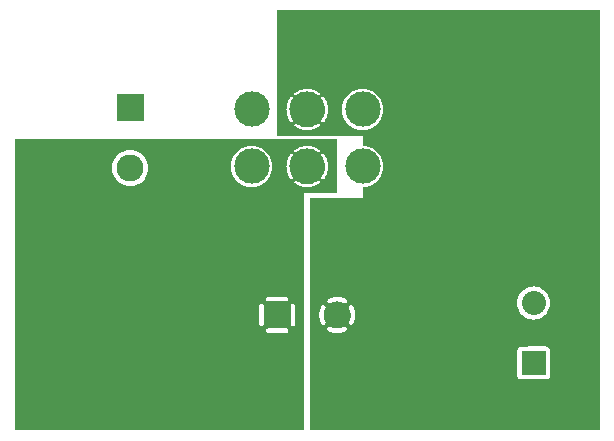
<source format=gbr>
G04 start of page 3 for group 1 idx 1 *
G04 Title: (unknown), bottom *
G04 Creator: pcb 20140316 *
G04 CreationDate: Thu 20 Aug 2020 03:07:22 AM GMT UTC *
G04 For: railfan *
G04 Format: Gerber/RS-274X *
G04 PCB-Dimensions (mil): 2000.00 2000.00 *
G04 PCB-Coordinate-Origin: lower left *
%MOIN*%
%FSLAX25Y25*%
%LNBOTTOM*%
%ADD25C,0.0550*%
%ADD24C,0.0880*%
%ADD23C,0.0480*%
%ADD22C,0.0900*%
%ADD21C,0.0800*%
%ADD20C,0.1180*%
%ADD19C,0.0001*%
G54D19*G36*
X95250Y99500D02*X99000D01*
Y97328D01*
X98765Y97296D01*
X98160Y97157D01*
X97570Y96965D01*
X96999Y96721D01*
X96453Y96427D01*
X95936Y96084D01*
X95875Y96033D01*
X95823Y95973D01*
X95781Y95905D01*
X95751Y95831D01*
X95733Y95754D01*
X95726Y95674D01*
X95733Y95595D01*
X95751Y95517D01*
X95782Y95444D01*
X95824Y95376D01*
X95875Y95315D01*
X95936Y95264D01*
X96004Y95222D01*
X96077Y95192D01*
X96155Y95173D01*
X96234Y95167D01*
X96314Y95173D01*
X96391Y95192D01*
X96465Y95223D01*
X96532Y95266D01*
X96970Y95563D01*
X97437Y95814D01*
X97924Y96023D01*
X98428Y96187D01*
X98945Y96305D01*
X99000Y96312D01*
Y84688D01*
X98945Y84695D01*
X98428Y84813D01*
X97924Y84977D01*
X97437Y85186D01*
X96970Y85437D01*
X96528Y85730D01*
X96462Y85772D01*
X96389Y85802D01*
X96313Y85821D01*
X96234Y85827D01*
X96156Y85821D01*
X96079Y85803D01*
X96007Y85772D01*
X95939Y85731D01*
X95880Y85680D01*
X95828Y85621D01*
X95787Y85553D01*
X95757Y85481D01*
X95739Y85404D01*
X95732Y85326D01*
X95738Y85247D01*
X95757Y85171D01*
X95787Y85098D01*
X95828Y85031D01*
X95879Y84971D01*
X95940Y84921D01*
X96453Y84573D01*
X96999Y84279D01*
X97570Y84035D01*
X98160Y83843D01*
X98765Y83704D01*
X99000Y83672D01*
Y2500D01*
X95250D01*
Y37248D01*
X95368Y37257D01*
X95482Y37285D01*
X95592Y37330D01*
X95692Y37391D01*
X95782Y37468D01*
X95859Y37558D01*
X95920Y37658D01*
X95965Y37768D01*
X95993Y37882D01*
X96000Y38000D01*
Y44000D01*
X95993Y44118D01*
X95965Y44232D01*
X95920Y44342D01*
X95859Y44442D01*
X95782Y44532D01*
X95692Y44609D01*
X95592Y44670D01*
X95482Y44715D01*
X95368Y44743D01*
X95250Y44752D01*
Y86458D01*
X95278Y86504D01*
X95308Y86577D01*
X95327Y86655D01*
X95333Y86734D01*
X95327Y86814D01*
X95308Y86891D01*
X95277Y86965D01*
X95250Y87007D01*
Y94004D01*
X95272Y94038D01*
X95302Y94111D01*
X95321Y94187D01*
X95327Y94266D01*
X95321Y94344D01*
X95303Y94421D01*
X95272Y94493D01*
X95250Y94530D01*
Y99500D01*
G37*
G36*
Y87007D02*X95234Y87032D01*
X94937Y87470D01*
X94686Y87937D01*
X94477Y88424D01*
X94313Y88928D01*
X94213Y89367D01*
Y91633D01*
X94313Y92072D01*
X94477Y92576D01*
X94686Y93063D01*
X94937Y93530D01*
X95230Y93972D01*
X95250Y94004D01*
Y87007D01*
G37*
G36*
Y2500D02*X94213D01*
Y86742D01*
X94416Y86436D01*
X94467Y86375D01*
X94527Y86323D01*
X94595Y86281D01*
X94669Y86251D01*
X94746Y86233D01*
X94826Y86226D01*
X94905Y86233D01*
X94983Y86251D01*
X95056Y86282D01*
X95124Y86324D01*
X95185Y86375D01*
X95236Y86436D01*
X95250Y86458D01*
Y44752D01*
X95132Y44743D01*
X95018Y44715D01*
X94908Y44670D01*
X94808Y44609D01*
X94718Y44532D01*
X94641Y44442D01*
X94580Y44342D01*
X94535Y44232D01*
X94507Y44118D01*
X94500Y44000D01*
Y38000D01*
X94507Y37882D01*
X94535Y37768D01*
X94580Y37658D01*
X94641Y37558D01*
X94718Y37468D01*
X94808Y37391D01*
X94908Y37330D01*
X95018Y37285D01*
X95132Y37257D01*
X95250Y37248D01*
Y2500D01*
G37*
G36*
X94213Y99500D02*X95250D01*
Y94530D01*
X95231Y94561D01*
X95180Y94620D01*
X95121Y94672D01*
X95053Y94713D01*
X94981Y94743D01*
X94904Y94761D01*
X94826Y94768D01*
X94747Y94762D01*
X94671Y94743D01*
X94598Y94713D01*
X94531Y94672D01*
X94471Y94621D01*
X94421Y94560D01*
X94213Y94253D01*
Y99500D01*
G37*
G36*
Y89367D02*X94195Y89445D01*
X94124Y89970D01*
X94100Y90500D01*
X94124Y91030D01*
X94195Y91555D01*
X94213Y91633D01*
Y89367D01*
G37*
G36*
X90000Y99500D02*X94213D01*
Y94253D01*
X94073Y94047D01*
X93779Y93501D01*
X93535Y92930D01*
X93343Y92340D01*
X93204Y91735D01*
X93121Y91120D01*
X93093Y90500D01*
X93121Y89880D01*
X93204Y89265D01*
X93343Y88660D01*
X93535Y88070D01*
X93779Y87499D01*
X94073Y86953D01*
X94213Y86742D01*
Y2500D01*
X90000D01*
Y35000D01*
X93000D01*
X93118Y35007D01*
X93232Y35035D01*
X93342Y35080D01*
X93442Y35141D01*
X93532Y35218D01*
X93609Y35308D01*
X93670Y35408D01*
X93715Y35518D01*
X93743Y35632D01*
X93752Y35750D01*
X93743Y35868D01*
X93715Y35982D01*
X93670Y36092D01*
X93609Y36192D01*
X93532Y36282D01*
X93442Y36359D01*
X93342Y36420D01*
X93232Y36465D01*
X93118Y36493D01*
X93000Y36500D01*
X90000D01*
Y45500D01*
X93000D01*
X93118Y45507D01*
X93232Y45535D01*
X93342Y45580D01*
X93442Y45641D01*
X93532Y45718D01*
X93609Y45808D01*
X93670Y45908D01*
X93715Y46018D01*
X93743Y46132D01*
X93752Y46250D01*
X93743Y46368D01*
X93715Y46482D01*
X93670Y46592D01*
X93609Y46692D01*
X93532Y46782D01*
X93442Y46859D01*
X93342Y46920D01*
X93232Y46965D01*
X93118Y46993D01*
X93000Y47000D01*
X90000D01*
Y99500D01*
G37*
G36*
X84750D02*X90000D01*
Y47000D01*
X87000D01*
X86882Y46993D01*
X86768Y46965D01*
X86658Y46920D01*
X86558Y46859D01*
X86468Y46782D01*
X86391Y46692D01*
X86330Y46592D01*
X86285Y46482D01*
X86257Y46368D01*
X86248Y46250D01*
X86257Y46132D01*
X86285Y46018D01*
X86330Y45908D01*
X86391Y45808D01*
X86468Y45718D01*
X86558Y45641D01*
X86658Y45580D01*
X86768Y45535D01*
X86882Y45507D01*
X87000Y45500D01*
X90000D01*
Y36500D01*
X87000D01*
X86882Y36493D01*
X86768Y36465D01*
X86658Y36420D01*
X86558Y36359D01*
X86468Y36282D01*
X86391Y36192D01*
X86330Y36092D01*
X86285Y35982D01*
X86257Y35868D01*
X86248Y35750D01*
X86257Y35632D01*
X86285Y35518D01*
X86330Y35408D01*
X86391Y35308D01*
X86468Y35218D01*
X86558Y35141D01*
X86658Y35080D01*
X86768Y35035D01*
X86882Y35007D01*
X87000Y35000D01*
X90000D01*
Y2500D01*
X84750D01*
Y37248D01*
X84868Y37257D01*
X84982Y37285D01*
X85092Y37330D01*
X85192Y37391D01*
X85282Y37468D01*
X85359Y37558D01*
X85420Y37658D01*
X85465Y37768D01*
X85493Y37882D01*
X85500Y38000D01*
Y44000D01*
X85493Y44118D01*
X85465Y44232D01*
X85420Y44342D01*
X85359Y44442D01*
X85282Y44532D01*
X85192Y44609D01*
X85092Y44670D01*
X84982Y44715D01*
X84868Y44743D01*
X84750Y44752D01*
Y84399D01*
X85568Y84901D01*
X86394Y85606D01*
X87099Y86432D01*
X87667Y87358D01*
X88083Y88361D01*
X88336Y89417D01*
X88400Y90500D01*
X88336Y91583D01*
X88083Y92639D01*
X87667Y93642D01*
X87099Y94568D01*
X86394Y95394D01*
X85568Y96099D01*
X84750Y96601D01*
Y99500D01*
G37*
G36*
Y2500D02*X81489D01*
Y83580D01*
X81500Y83579D01*
X82583Y83664D01*
X83639Y83917D01*
X84642Y84333D01*
X84750Y84399D01*
Y44752D01*
X84632Y44743D01*
X84518Y44715D01*
X84408Y44670D01*
X84308Y44609D01*
X84218Y44532D01*
X84141Y44442D01*
X84080Y44342D01*
X84035Y44232D01*
X84007Y44118D01*
X84000Y44000D01*
Y38000D01*
X84007Y37882D01*
X84035Y37768D01*
X84080Y37658D01*
X84141Y37558D01*
X84218Y37468D01*
X84308Y37391D01*
X84408Y37330D01*
X84518Y37285D01*
X84632Y37257D01*
X84750Y37248D01*
Y2500D01*
G37*
G36*
X81489Y99500D02*X84750D01*
Y96601D01*
X84642Y96667D01*
X83639Y97083D01*
X82583Y97336D01*
X81500Y97421D01*
X81489Y97420D01*
Y99500D01*
G37*
G36*
X40991D02*X81489D01*
Y97420D01*
X80417Y97336D01*
X79361Y97083D01*
X78358Y96667D01*
X77432Y96099D01*
X76606Y95394D01*
X75901Y94568D01*
X75333Y93642D01*
X74917Y92639D01*
X74664Y91583D01*
X74579Y90500D01*
X74664Y89417D01*
X74917Y88361D01*
X75333Y87358D01*
X75901Y86432D01*
X76606Y85606D01*
X77432Y84901D01*
X78358Y84333D01*
X79361Y83917D01*
X80417Y83664D01*
X81489Y83580D01*
Y2500D01*
X40991D01*
Y83982D01*
X41000Y83981D01*
X41942Y84056D01*
X42860Y84276D01*
X43732Y84637D01*
X44538Y85131D01*
X45256Y85744D01*
X45869Y86462D01*
X46363Y87268D01*
X46724Y88140D01*
X46944Y89058D01*
X47000Y90000D01*
X46944Y90942D01*
X46724Y91860D01*
X46363Y92732D01*
X45869Y93538D01*
X45256Y94256D01*
X44538Y94869D01*
X43732Y95363D01*
X42860Y95724D01*
X41942Y95944D01*
X41000Y96019D01*
X40991Y96018D01*
Y99500D01*
G37*
G36*
X2500Y2500D02*Y99500D01*
X40991D01*
Y96018D01*
X40058Y95944D01*
X39140Y95724D01*
X38268Y95363D01*
X37462Y94869D01*
X36744Y94256D01*
X36131Y93538D01*
X35637Y92732D01*
X35276Y91860D01*
X35056Y90942D01*
X34981Y90000D01*
X35056Y89058D01*
X35276Y88140D01*
X35637Y87268D01*
X36131Y86462D01*
X36744Y85744D01*
X37462Y85131D01*
X38268Y84637D01*
X39140Y84276D01*
X40058Y84056D01*
X40991Y83982D01*
Y2500D01*
X2500D01*
G37*
G36*
X197500D02*X175500D01*
Y19507D01*
X179735Y19514D01*
X179965Y19569D01*
X180183Y19659D01*
X180384Y19783D01*
X180564Y19936D01*
X180717Y20116D01*
X180841Y20317D01*
X180931Y20535D01*
X180986Y20765D01*
X181000Y21000D01*
X180986Y29235D01*
X180931Y29465D01*
X180841Y29683D01*
X180717Y29884D01*
X180564Y30064D01*
X180384Y30217D01*
X180183Y30341D01*
X179965Y30431D01*
X179735Y30486D01*
X179500Y30500D01*
X175500Y30493D01*
Y39483D01*
X176363Y39551D01*
X177205Y39753D01*
X178005Y40084D01*
X178743Y40537D01*
X179401Y41099D01*
X179963Y41757D01*
X180416Y42495D01*
X180747Y43295D01*
X180949Y44137D01*
X181000Y45000D01*
X180949Y45863D01*
X180747Y46705D01*
X180416Y47505D01*
X179963Y48243D01*
X179401Y48901D01*
X178743Y49463D01*
X178005Y49916D01*
X177205Y50247D01*
X176363Y50449D01*
X175500Y50517D01*
Y142500D01*
X197500D01*
Y2500D01*
G37*
G36*
X175500D02*X114926D01*
Y37803D01*
X114930Y37805D01*
X115033Y37864D01*
X115125Y37938D01*
X115204Y38025D01*
X115266Y38125D01*
X115511Y38612D01*
X115705Y39122D01*
X115852Y39648D01*
X115951Y40184D01*
X116000Y40727D01*
Y41273D01*
X115951Y41816D01*
X115852Y42352D01*
X115705Y42878D01*
X115511Y43388D01*
X115272Y43878D01*
X115208Y43978D01*
X115128Y44066D01*
X115035Y44140D01*
X114932Y44199D01*
X114926Y44202D01*
Y80000D01*
X118500D01*
Y83579D01*
X119583Y83664D01*
X120639Y83917D01*
X121642Y84333D01*
X122568Y84901D01*
X123394Y85606D01*
X124099Y86432D01*
X124667Y87358D01*
X125083Y88361D01*
X125336Y89417D01*
X125400Y90500D01*
X125336Y91583D01*
X125083Y92639D01*
X124667Y93642D01*
X124099Y94568D01*
X123394Y95394D01*
X122568Y96099D01*
X121642Y96667D01*
X120639Y97083D01*
X119583Y97336D01*
X118500Y97421D01*
Y102579D01*
X119583Y102664D01*
X120639Y102917D01*
X121642Y103333D01*
X122568Y103901D01*
X123394Y104606D01*
X124099Y105432D01*
X124667Y106358D01*
X125083Y107361D01*
X125336Y108417D01*
X125400Y109500D01*
X125336Y110583D01*
X125083Y111639D01*
X124667Y112642D01*
X124099Y113568D01*
X123394Y114394D01*
X122568Y115099D01*
X121642Y115667D01*
X120639Y116083D01*
X119583Y116336D01*
X118500Y116421D01*
Y142500D01*
X175500D01*
Y50517D01*
X174637Y50449D01*
X173795Y50247D01*
X172995Y49916D01*
X172257Y49463D01*
X171599Y48901D01*
X171037Y48243D01*
X170584Y47505D01*
X170253Y46705D01*
X170051Y45863D01*
X169983Y45000D01*
X170051Y44137D01*
X170253Y43295D01*
X170584Y42495D01*
X171037Y41757D01*
X171599Y41099D01*
X172257Y40537D01*
X172995Y40084D01*
X173795Y39753D01*
X174637Y39551D01*
X175500Y39483D01*
Y30493D01*
X171265Y30486D01*
X171035Y30431D01*
X170817Y30341D01*
X170616Y30217D01*
X170436Y30064D01*
X170283Y29884D01*
X170159Y29683D01*
X170069Y29465D01*
X170014Y29235D01*
X170000Y29000D01*
X170014Y20765D01*
X170069Y20535D01*
X170159Y20317D01*
X170283Y20116D01*
X170436Y19936D01*
X170616Y19783D01*
X170817Y19659D01*
X171035Y19569D01*
X171265Y19514D01*
X171500Y19500D01*
X175500Y19507D01*
Y2500D01*
G37*
G36*
X114926D02*X110002D01*
Y35000D01*
X110273D01*
X110816Y35049D01*
X111352Y35148D01*
X111878Y35295D01*
X112388Y35489D01*
X112878Y35728D01*
X112978Y35792D01*
X113066Y35872D01*
X113140Y35965D01*
X113199Y36068D01*
X113242Y36179D01*
X113266Y36295D01*
X113272Y36413D01*
X113260Y36532D01*
X113229Y36646D01*
X113180Y36755D01*
X113115Y36854D01*
X113035Y36942D01*
X112943Y37017D01*
X112840Y37076D01*
X112729Y37118D01*
X112613Y37143D01*
X112494Y37149D01*
X112376Y37136D01*
X112261Y37105D01*
X112154Y37054D01*
X111789Y36871D01*
X111407Y36726D01*
X111013Y36616D01*
X110611Y36542D01*
X110204Y36505D01*
X110002D01*
Y45495D01*
X110204D01*
X110611Y45458D01*
X111013Y45384D01*
X111407Y45274D01*
X111789Y45129D01*
X112156Y44950D01*
X112263Y44900D01*
X112377Y44869D01*
X112494Y44856D01*
X112612Y44862D01*
X112728Y44886D01*
X112838Y44928D01*
X112940Y44987D01*
X113032Y45061D01*
X113111Y45149D01*
X113176Y45248D01*
X113224Y45355D01*
X113255Y45469D01*
X113268Y45587D01*
X113262Y45705D01*
X113237Y45820D01*
X113195Y45930D01*
X113136Y46033D01*
X113062Y46125D01*
X112975Y46204D01*
X112875Y46266D01*
X112388Y46511D01*
X111878Y46705D01*
X111352Y46852D01*
X110816Y46951D01*
X110273Y47000D01*
X110002D01*
Y80000D01*
X114926D01*
Y44202D01*
X114821Y44242D01*
X114705Y44266D01*
X114587Y44272D01*
X114468Y44260D01*
X114354Y44229D01*
X114245Y44180D01*
X114146Y44115D01*
X114058Y44035D01*
X113983Y43943D01*
X113924Y43840D01*
X113882Y43729D01*
X113857Y43613D01*
X113851Y43494D01*
X113864Y43376D01*
X113895Y43261D01*
X113946Y43154D01*
X114129Y42789D01*
X114274Y42407D01*
X114384Y42013D01*
X114458Y41611D01*
X114495Y41204D01*
Y40796D01*
X114458Y40389D01*
X114384Y39987D01*
X114274Y39593D01*
X114129Y39211D01*
X113950Y38844D01*
X113900Y38737D01*
X113869Y38623D01*
X113856Y38506D01*
X113862Y38388D01*
X113886Y38272D01*
X113928Y38162D01*
X113987Y38060D01*
X114061Y37968D01*
X114149Y37889D01*
X114248Y37824D01*
X114355Y37776D01*
X114469Y37745D01*
X114587Y37732D01*
X114705Y37738D01*
X114820Y37763D01*
X114926Y37803D01*
Y2500D01*
G37*
G36*
X110002D02*X105074D01*
Y37798D01*
X105179Y37758D01*
X105295Y37734D01*
X105413Y37728D01*
X105532Y37740D01*
X105646Y37771D01*
X105755Y37820D01*
X105854Y37885D01*
X105942Y37965D01*
X106017Y38057D01*
X106076Y38160D01*
X106118Y38271D01*
X106143Y38387D01*
X106149Y38506D01*
X106136Y38624D01*
X106105Y38739D01*
X106054Y38846D01*
X105871Y39211D01*
X105726Y39593D01*
X105616Y39987D01*
X105542Y40389D01*
X105505Y40796D01*
Y41204D01*
X105542Y41611D01*
X105616Y42013D01*
X105726Y42407D01*
X105871Y42789D01*
X106050Y43156D01*
X106100Y43263D01*
X106131Y43377D01*
X106144Y43494D01*
X106138Y43612D01*
X106114Y43728D01*
X106072Y43838D01*
X106013Y43940D01*
X105939Y44032D01*
X105851Y44111D01*
X105752Y44176D01*
X105645Y44224D01*
X105531Y44255D01*
X105413Y44268D01*
X105295Y44262D01*
X105180Y44237D01*
X105074Y44197D01*
Y80000D01*
X110002D01*
Y47000D01*
X109727D01*
X109184Y46951D01*
X108648Y46852D01*
X108122Y46705D01*
X107612Y46511D01*
X107122Y46272D01*
X107022Y46208D01*
X106934Y46128D01*
X106860Y46035D01*
X106801Y45932D01*
X106758Y45821D01*
X106734Y45705D01*
X106728Y45587D01*
X106740Y45468D01*
X106771Y45354D01*
X106820Y45245D01*
X106885Y45146D01*
X106965Y45058D01*
X107057Y44983D01*
X107160Y44924D01*
X107271Y44882D01*
X107387Y44857D01*
X107506Y44851D01*
X107624Y44864D01*
X107739Y44895D01*
X107846Y44946D01*
X108211Y45129D01*
X108593Y45274D01*
X108987Y45384D01*
X109389Y45458D01*
X109796Y45495D01*
X110002D01*
Y36505D01*
X109796D01*
X109389Y36542D01*
X108987Y36616D01*
X108593Y36726D01*
X108211Y36871D01*
X107844Y37050D01*
X107737Y37100D01*
X107623Y37131D01*
X107506Y37144D01*
X107388Y37138D01*
X107272Y37114D01*
X107162Y37072D01*
X107060Y37013D01*
X106968Y36939D01*
X106889Y36851D01*
X106824Y36752D01*
X106776Y36645D01*
X106745Y36531D01*
X106732Y36413D01*
X106738Y36295D01*
X106763Y36180D01*
X106805Y36070D01*
X106864Y35967D01*
X106938Y35875D01*
X107025Y35796D01*
X107125Y35734D01*
X107612Y35489D01*
X108122Y35295D01*
X108648Y35148D01*
X109184Y35049D01*
X109727Y35000D01*
X110002D01*
Y2500D01*
G37*
G36*
X105074D02*X101000D01*
Y80000D01*
X105074D01*
Y44197D01*
X105070Y44195D01*
X104967Y44136D01*
X104875Y44062D01*
X104796Y43975D01*
X104734Y43875D01*
X104489Y43388D01*
X104295Y42878D01*
X104148Y42352D01*
X104049Y41816D01*
X104000Y41273D01*
Y40727D01*
X104049Y40184D01*
X104148Y39648D01*
X104295Y39122D01*
X104489Y38612D01*
X104728Y38122D01*
X104792Y38022D01*
X104872Y37934D01*
X104965Y37860D01*
X105068Y37801D01*
X105074Y37798D01*
Y2500D01*
G37*
G36*
X105787Y91633D02*X105805Y91555D01*
X105876Y91030D01*
X105900Y90500D01*
X105876Y89970D01*
X105805Y89445D01*
X105787Y89367D01*
Y91633D01*
G37*
G36*
Y99500D02*X110000D01*
Y81500D01*
X105787D01*
Y86747D01*
X105927Y86953D01*
X106221Y87499D01*
X106465Y88070D01*
X106657Y88660D01*
X106796Y89265D01*
X106879Y89880D01*
X106907Y90500D01*
X106879Y91120D01*
X106796Y91735D01*
X106657Y92340D01*
X106465Y92930D01*
X106221Y93501D01*
X105927Y94047D01*
X105787Y94258D01*
Y99500D01*
G37*
G36*
X100003D02*X105787D01*
Y94258D01*
X105584Y94564D01*
X105533Y94625D01*
X105473Y94677D01*
X105405Y94719D01*
X105331Y94749D01*
X105254Y94767D01*
X105174Y94774D01*
X105095Y94767D01*
X105017Y94749D01*
X104944Y94718D01*
X104876Y94676D01*
X104815Y94625D01*
X104764Y94564D01*
X104722Y94496D01*
X104692Y94423D01*
X104673Y94345D01*
X104667Y94266D01*
X104673Y94186D01*
X104692Y94109D01*
X104723Y94035D01*
X104766Y93968D01*
X105063Y93530D01*
X105314Y93063D01*
X105523Y92576D01*
X105687Y92072D01*
X105787Y91633D01*
Y89367D01*
X105687Y88928D01*
X105523Y88424D01*
X105314Y87937D01*
X105063Y87470D01*
X104770Y87028D01*
X104728Y86962D01*
X104698Y86889D01*
X104679Y86813D01*
X104673Y86734D01*
X104679Y86656D01*
X104697Y86579D01*
X104728Y86507D01*
X104769Y86439D01*
X104820Y86380D01*
X104879Y86328D01*
X104947Y86287D01*
X105019Y86257D01*
X105096Y86239D01*
X105174Y86232D01*
X105253Y86238D01*
X105329Y86257D01*
X105402Y86287D01*
X105469Y86328D01*
X105529Y86379D01*
X105579Y86440D01*
X105787Y86747D01*
Y81500D01*
X100003D01*
Y83593D01*
X100620Y83621D01*
X101235Y83704D01*
X101840Y83843D01*
X102430Y84035D01*
X103001Y84279D01*
X103547Y84573D01*
X104064Y84916D01*
X104125Y84967D01*
X104177Y85027D01*
X104219Y85095D01*
X104249Y85169D01*
X104267Y85246D01*
X104274Y85326D01*
X104267Y85405D01*
X104249Y85483D01*
X104218Y85556D01*
X104176Y85624D01*
X104125Y85685D01*
X104064Y85736D01*
X103996Y85778D01*
X103923Y85808D01*
X103845Y85827D01*
X103766Y85833D01*
X103686Y85827D01*
X103609Y85808D01*
X103535Y85777D01*
X103468Y85734D01*
X103030Y85437D01*
X102563Y85186D01*
X102076Y84977D01*
X101572Y84813D01*
X101055Y84695D01*
X100530Y84624D01*
X100003Y84600D01*
Y96400D01*
X100530Y96376D01*
X101055Y96305D01*
X101572Y96187D01*
X102076Y96023D01*
X102563Y95814D01*
X103030Y95563D01*
X103472Y95270D01*
X103538Y95228D01*
X103611Y95198D01*
X103687Y95179D01*
X103766Y95173D01*
X103844Y95179D01*
X103921Y95197D01*
X103993Y95228D01*
X104061Y95269D01*
X104120Y95320D01*
X104172Y95379D01*
X104213Y95447D01*
X104243Y95519D01*
X104261Y95596D01*
X104268Y95674D01*
X104262Y95753D01*
X104243Y95829D01*
X104213Y95902D01*
X104172Y95969D01*
X104121Y96029D01*
X104060Y96079D01*
X103547Y96427D01*
X103001Y96721D01*
X102430Y96965D01*
X101840Y97157D01*
X101235Y97296D01*
X100620Y97379D01*
X100003Y97407D01*
Y99500D01*
G37*
G36*
X94213D02*X100003D01*
Y97407D01*
X100000Y97407D01*
X99380Y97379D01*
X98765Y97296D01*
X98160Y97157D01*
X97570Y96965D01*
X96999Y96721D01*
X96453Y96427D01*
X95936Y96084D01*
X95875Y96033D01*
X95823Y95973D01*
X95781Y95905D01*
X95751Y95831D01*
X95733Y95754D01*
X95726Y95674D01*
X95733Y95595D01*
X95751Y95517D01*
X95782Y95444D01*
X95824Y95376D01*
X95875Y95315D01*
X95936Y95264D01*
X96004Y95222D01*
X96077Y95192D01*
X96155Y95173D01*
X96234Y95167D01*
X96314Y95173D01*
X96391Y95192D01*
X96465Y95223D01*
X96532Y95266D01*
X96970Y95563D01*
X97437Y95814D01*
X97924Y96023D01*
X98428Y96187D01*
X98945Y96305D01*
X99470Y96376D01*
X100000Y96400D01*
X100003Y96400D01*
Y84600D01*
X100000Y84600D01*
X99470Y84624D01*
X98945Y84695D01*
X98428Y84813D01*
X97924Y84977D01*
X97437Y85186D01*
X96970Y85437D01*
X96528Y85730D01*
X96462Y85772D01*
X96389Y85802D01*
X96313Y85821D01*
X96234Y85827D01*
X96156Y85821D01*
X96079Y85803D01*
X96007Y85772D01*
X95939Y85731D01*
X95880Y85680D01*
X95828Y85621D01*
X95787Y85553D01*
X95757Y85481D01*
X95739Y85404D01*
X95732Y85326D01*
X95738Y85247D01*
X95757Y85171D01*
X95787Y85098D01*
X95828Y85031D01*
X95879Y84971D01*
X95940Y84921D01*
X96453Y84573D01*
X96999Y84279D01*
X97570Y84035D01*
X98160Y83843D01*
X98765Y83704D01*
X99380Y83621D01*
X100000Y83593D01*
X100003Y83593D01*
Y81500D01*
X94213D01*
Y86742D01*
X94416Y86436D01*
X94467Y86375D01*
X94527Y86323D01*
X94595Y86281D01*
X94669Y86251D01*
X94746Y86233D01*
X94826Y86226D01*
X94905Y86233D01*
X94983Y86251D01*
X95056Y86282D01*
X95124Y86324D01*
X95185Y86375D01*
X95236Y86436D01*
X95278Y86504D01*
X95308Y86577D01*
X95327Y86655D01*
X95333Y86734D01*
X95327Y86814D01*
X95308Y86891D01*
X95277Y86965D01*
X95234Y87032D01*
X94937Y87470D01*
X94686Y87937D01*
X94477Y88424D01*
X94313Y88928D01*
X94213Y89367D01*
Y91633D01*
X94313Y92072D01*
X94477Y92576D01*
X94686Y93063D01*
X94937Y93530D01*
X95230Y93972D01*
X95272Y94038D01*
X95302Y94111D01*
X95321Y94187D01*
X95327Y94266D01*
X95321Y94344D01*
X95303Y94421D01*
X95272Y94493D01*
X95231Y94561D01*
X95180Y94620D01*
X95121Y94672D01*
X95053Y94713D01*
X94981Y94743D01*
X94904Y94761D01*
X94826Y94768D01*
X94747Y94762D01*
X94671Y94743D01*
X94598Y94713D01*
X94531Y94672D01*
X94471Y94621D01*
X94421Y94560D01*
X94213Y94253D01*
Y99500D01*
G37*
G36*
Y89367D02*X94195Y89445D01*
X94124Y89970D01*
X94100Y90500D01*
X94124Y91030D01*
X94195Y91555D01*
X94213Y91633D01*
Y89367D01*
G37*
G36*
X90500Y99500D02*X94213D01*
Y94253D01*
X94073Y94047D01*
X93779Y93501D01*
X93535Y92930D01*
X93343Y92340D01*
X93204Y91735D01*
X93121Y91120D01*
X93093Y90500D01*
X93121Y89880D01*
X93204Y89265D01*
X93343Y88660D01*
X93535Y88070D01*
X93779Y87499D01*
X94073Y86953D01*
X94213Y86742D01*
Y81500D01*
X90500D01*
Y99500D01*
G37*
G36*
X105787Y110633D02*X105805Y110555D01*
X105876Y110030D01*
X105900Y109500D01*
X105876Y108970D01*
X105805Y108445D01*
X105787Y108367D01*
Y110633D01*
G37*
G36*
X131500Y142500D02*Y100500D01*
X118489D01*
Y102580D01*
X118500Y102579D01*
X119583Y102664D01*
X120639Y102917D01*
X121642Y103333D01*
X122568Y103901D01*
X123394Y104606D01*
X124099Y105432D01*
X124667Y106358D01*
X125083Y107361D01*
X125336Y108417D01*
X125400Y109500D01*
X125336Y110583D01*
X125083Y111639D01*
X124667Y112642D01*
X124099Y113568D01*
X123394Y114394D01*
X122568Y115099D01*
X121642Y115667D01*
X120639Y116083D01*
X119583Y116336D01*
X118500Y116421D01*
X118489Y116420D01*
Y142500D01*
X131500D01*
G37*
G36*
X118489Y100500D02*X105787D01*
Y105747D01*
X105927Y105953D01*
X106221Y106499D01*
X106465Y107070D01*
X106657Y107660D01*
X106796Y108265D01*
X106879Y108880D01*
X106907Y109500D01*
X106879Y110120D01*
X106796Y110735D01*
X106657Y111340D01*
X106465Y111930D01*
X106221Y112501D01*
X105927Y113047D01*
X105787Y113258D01*
Y142500D01*
X118489D01*
Y116420D01*
X117417Y116336D01*
X116361Y116083D01*
X115358Y115667D01*
X114432Y115099D01*
X113606Y114394D01*
X112901Y113568D01*
X112333Y112642D01*
X111917Y111639D01*
X111664Y110583D01*
X111579Y109500D01*
X111664Y108417D01*
X111917Y107361D01*
X112333Y106358D01*
X112901Y105432D01*
X113606Y104606D01*
X114432Y103901D01*
X115358Y103333D01*
X116361Y102917D01*
X117417Y102664D01*
X118489Y102580D01*
Y100500D01*
G37*
G36*
X105787D02*X100003D01*
Y102593D01*
X100620Y102621D01*
X101235Y102704D01*
X101840Y102843D01*
X102430Y103035D01*
X103001Y103279D01*
X103547Y103573D01*
X104064Y103916D01*
X104125Y103967D01*
X104177Y104027D01*
X104219Y104095D01*
X104249Y104169D01*
X104267Y104246D01*
X104274Y104326D01*
X104267Y104405D01*
X104249Y104483D01*
X104218Y104556D01*
X104176Y104624D01*
X104125Y104685D01*
X104064Y104736D01*
X103996Y104778D01*
X103923Y104808D01*
X103845Y104827D01*
X103766Y104833D01*
X103686Y104827D01*
X103609Y104808D01*
X103535Y104777D01*
X103468Y104734D01*
X103030Y104437D01*
X102563Y104186D01*
X102076Y103977D01*
X101572Y103813D01*
X101055Y103695D01*
X100530Y103624D01*
X100003Y103600D01*
Y115400D01*
X100530Y115376D01*
X101055Y115305D01*
X101572Y115187D01*
X102076Y115023D01*
X102563Y114814D01*
X103030Y114563D01*
X103472Y114270D01*
X103538Y114228D01*
X103611Y114198D01*
X103687Y114179D01*
X103766Y114173D01*
X103844Y114179D01*
X103921Y114197D01*
X103993Y114228D01*
X104061Y114269D01*
X104120Y114320D01*
X104172Y114379D01*
X104213Y114447D01*
X104243Y114519D01*
X104261Y114596D01*
X104268Y114674D01*
X104262Y114753D01*
X104243Y114829D01*
X104213Y114902D01*
X104172Y114969D01*
X104121Y115029D01*
X104060Y115079D01*
X103547Y115427D01*
X103001Y115721D01*
X102430Y115965D01*
X101840Y116157D01*
X101235Y116296D01*
X100620Y116379D01*
X100003Y116407D01*
Y142500D01*
X105787D01*
Y113258D01*
X105584Y113564D01*
X105533Y113625D01*
X105473Y113677D01*
X105405Y113719D01*
X105331Y113749D01*
X105254Y113767D01*
X105174Y113774D01*
X105095Y113767D01*
X105017Y113749D01*
X104944Y113718D01*
X104876Y113676D01*
X104815Y113625D01*
X104764Y113564D01*
X104722Y113496D01*
X104692Y113423D01*
X104673Y113345D01*
X104667Y113266D01*
X104673Y113186D01*
X104692Y113109D01*
X104723Y113035D01*
X104766Y112968D01*
X105063Y112530D01*
X105314Y112063D01*
X105523Y111576D01*
X105687Y111072D01*
X105787Y110633D01*
Y108367D01*
X105687Y107928D01*
X105523Y107424D01*
X105314Y106937D01*
X105063Y106470D01*
X104770Y106028D01*
X104728Y105962D01*
X104698Y105889D01*
X104679Y105813D01*
X104673Y105734D01*
X104679Y105656D01*
X104697Y105579D01*
X104728Y105507D01*
X104769Y105439D01*
X104820Y105380D01*
X104879Y105328D01*
X104947Y105287D01*
X105019Y105257D01*
X105096Y105239D01*
X105174Y105232D01*
X105253Y105238D01*
X105329Y105257D01*
X105402Y105287D01*
X105469Y105328D01*
X105529Y105379D01*
X105579Y105440D01*
X105787Y105747D01*
Y100500D01*
G37*
G36*
X100003D02*X94213D01*
Y105742D01*
X94416Y105436D01*
X94467Y105375D01*
X94527Y105323D01*
X94595Y105281D01*
X94669Y105251D01*
X94746Y105233D01*
X94826Y105226D01*
X94905Y105233D01*
X94983Y105251D01*
X95056Y105282D01*
X95124Y105324D01*
X95185Y105375D01*
X95236Y105436D01*
X95278Y105504D01*
X95308Y105577D01*
X95327Y105655D01*
X95333Y105734D01*
X95327Y105814D01*
X95308Y105891D01*
X95277Y105965D01*
X95234Y106032D01*
X94937Y106470D01*
X94686Y106937D01*
X94477Y107424D01*
X94313Y107928D01*
X94213Y108367D01*
Y110633D01*
X94313Y111072D01*
X94477Y111576D01*
X94686Y112063D01*
X94937Y112530D01*
X95230Y112972D01*
X95272Y113038D01*
X95302Y113111D01*
X95321Y113187D01*
X95327Y113266D01*
X95321Y113344D01*
X95303Y113421D01*
X95272Y113493D01*
X95231Y113561D01*
X95180Y113620D01*
X95121Y113672D01*
X95053Y113713D01*
X94981Y113743D01*
X94904Y113761D01*
X94826Y113768D01*
X94747Y113762D01*
X94671Y113743D01*
X94598Y113713D01*
X94531Y113672D01*
X94471Y113621D01*
X94421Y113560D01*
X94213Y113253D01*
Y142500D01*
X100003D01*
Y116407D01*
X100000Y116407D01*
X99380Y116379D01*
X98765Y116296D01*
X98160Y116157D01*
X97570Y115965D01*
X96999Y115721D01*
X96453Y115427D01*
X95936Y115084D01*
X95875Y115033D01*
X95823Y114973D01*
X95781Y114905D01*
X95751Y114831D01*
X95733Y114754D01*
X95726Y114674D01*
X95733Y114595D01*
X95751Y114517D01*
X95782Y114444D01*
X95824Y114376D01*
X95875Y114315D01*
X95936Y114264D01*
X96004Y114222D01*
X96077Y114192D01*
X96155Y114173D01*
X96234Y114167D01*
X96314Y114173D01*
X96391Y114192D01*
X96465Y114223D01*
X96532Y114266D01*
X96970Y114563D01*
X97437Y114814D01*
X97924Y115023D01*
X98428Y115187D01*
X98945Y115305D01*
X99470Y115376D01*
X100000Y115400D01*
X100003Y115400D01*
Y103600D01*
X100000Y103600D01*
X99470Y103624D01*
X98945Y103695D01*
X98428Y103813D01*
X97924Y103977D01*
X97437Y104186D01*
X96970Y104437D01*
X96528Y104730D01*
X96462Y104772D01*
X96389Y104802D01*
X96313Y104821D01*
X96234Y104827D01*
X96156Y104821D01*
X96079Y104803D01*
X96007Y104772D01*
X95939Y104731D01*
X95880Y104680D01*
X95828Y104621D01*
X95787Y104553D01*
X95757Y104481D01*
X95739Y104404D01*
X95732Y104326D01*
X95738Y104247D01*
X95757Y104171D01*
X95787Y104098D01*
X95828Y104031D01*
X95879Y103971D01*
X95940Y103921D01*
X96453Y103573D01*
X96999Y103279D01*
X97570Y103035D01*
X98160Y102843D01*
X98765Y102704D01*
X99380Y102621D01*
X100000Y102593D01*
X100003Y102593D01*
Y100500D01*
G37*
G36*
X94213Y108367D02*X94195Y108445D01*
X94124Y108970D01*
X94100Y109500D01*
X94124Y110030D01*
X94195Y110555D01*
X94213Y110633D01*
Y108367D01*
G37*
G36*
Y100500D02*X90000D01*
Y142500D01*
X94213D01*
Y113253D01*
X94073Y113047D01*
X93779Y112501D01*
X93535Y111930D01*
X93343Y111340D01*
X93204Y110735D01*
X93121Y110120D01*
X93093Y109500D01*
X93121Y108880D01*
X93204Y108265D01*
X93343Y107660D01*
X93535Y107070D01*
X93779Y106499D01*
X94073Y105953D01*
X94213Y105742D01*
Y100500D01*
G37*
G36*
X171500Y29000D02*Y21000D01*
X179500D01*
Y29000D01*
X171500D01*
G37*
G54D20*X81500Y109500D03*
X100000D03*
X118500D03*
X81500Y90500D03*
X100000D03*
X118500D03*
G54D21*X175500Y45000D03*
G54D19*G36*
X85500Y45500D02*Y36500D01*
X94500D01*
Y45500D01*
X85500D01*
G37*
G54D22*X110000Y41000D03*
G54D19*G36*
X36500Y114500D02*Y105500D01*
X45500D01*
Y114500D01*
X36500D01*
G37*
G54D22*X41000Y90000D03*
G54D23*G54D24*G54D23*G54D25*M02*

</source>
